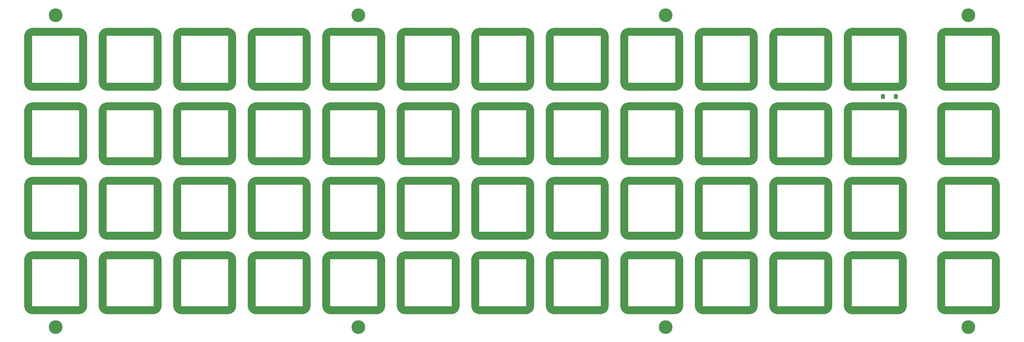
<source format=gbr>
G04 #@! TF.GenerationSoftware,KiCad,Pcbnew,(5.1.4-0-10_14)*
G04 #@! TF.CreationDate,2021-10-03T11:39:20-05:00*
G04 #@! TF.ProjectId,lucy_top_plate,6c756379-5f74-46f7-905f-706c6174652e,rev?*
G04 #@! TF.SameCoordinates,Original*
G04 #@! TF.FileFunction,Soldermask,Bot*
G04 #@! TF.FilePolarity,Negative*
%FSLAX46Y46*%
G04 Gerber Fmt 4.6, Leading zero omitted, Abs format (unit mm)*
G04 Created by KiCad (PCBNEW (5.1.4-0-10_14)) date 2021-10-03 11:39:20*
%MOMM*%
%LPD*%
G04 APERTURE LIST*
%ADD10C,2.000000*%
%ADD11C,0.100000*%
%ADD12C,1.000000*%
%ADD13C,3.500000*%
G04 APERTURE END LIST*
D10*
X315373170Y-113156700D02*
X315373170Y-101156700D01*
X314373170Y-114156700D02*
X302373170Y-114156700D01*
X301373170Y-113156700D02*
X301373170Y-101156700D01*
X314373170Y-100156700D02*
X302373170Y-100156700D01*
X315373170Y-113156700D02*
G75*
G02X314373170Y-114156700I-1000000J0D01*
G01*
X302373170Y-114156700D02*
G75*
G02X301373170Y-113156700I0J1000000D01*
G01*
X301373170Y-101156700D02*
G75*
G02X302373170Y-100156700I1000000J0D01*
G01*
X314373170Y-100156700D02*
G75*
G02X315373170Y-101156700I0J-1000000D01*
G01*
X162972530Y-56006460D02*
X162972530Y-44006460D01*
X161972530Y-57006460D02*
X149972530Y-57006460D01*
X148972530Y-56006460D02*
X148972530Y-44006460D01*
X161972530Y-43006460D02*
X149972530Y-43006460D01*
X162972530Y-56006460D02*
G75*
G02X161972530Y-57006460I-1000000J0D01*
G01*
X149972530Y-57006460D02*
G75*
G02X148972530Y-56006460I0J1000000D01*
G01*
X148972530Y-44006460D02*
G75*
G02X149972530Y-43006460I1000000J0D01*
G01*
X161972530Y-43006460D02*
G75*
G02X162972530Y-44006460I0J-1000000D01*
G01*
X396336010Y-113156700D02*
X396336010Y-101156700D01*
X395336010Y-114156700D02*
X383336010Y-114156700D01*
X382336010Y-113156700D02*
X382336010Y-101156700D01*
X395336010Y-100156700D02*
X383336010Y-100156700D01*
X396336010Y-113156700D02*
G75*
G02X395336010Y-114156700I-1000000J0D01*
G01*
X383336010Y-114156700D02*
G75*
G02X382336010Y-113156700I0J1000000D01*
G01*
X382336010Y-101156700D02*
G75*
G02X383336010Y-100156700I1000000J0D01*
G01*
X395336010Y-100156700D02*
G75*
G02X396336010Y-101156700I0J-1000000D01*
G01*
X396335890Y-94106428D02*
X396335890Y-82106428D01*
X395335890Y-95106428D02*
X383335890Y-95106428D01*
X382335890Y-94106428D02*
X382335890Y-82106428D01*
X395335890Y-81106428D02*
X383335890Y-81106428D01*
X396335890Y-94106428D02*
G75*
G02X395335890Y-95106428I-1000000J0D01*
G01*
X383335890Y-95106428D02*
G75*
G02X382335890Y-94106428I0J1000000D01*
G01*
X382335890Y-82106428D02*
G75*
G02X383335890Y-81106428I1000000J0D01*
G01*
X395335890Y-81106428D02*
G75*
G02X396335890Y-82106428I0J-1000000D01*
G01*
X396335890Y-75056444D02*
X396335890Y-63056444D01*
X395335890Y-76056444D02*
X383335890Y-76056444D01*
X382335890Y-75056444D02*
X382335890Y-63056444D01*
X395335890Y-62056444D02*
X383335890Y-62056444D01*
X396335890Y-75056444D02*
G75*
G02X395335890Y-76056444I-1000000J0D01*
G01*
X383335890Y-76056444D02*
G75*
G02X382335890Y-75056444I0J1000000D01*
G01*
X382335890Y-63056444D02*
G75*
G02X383335890Y-62056444I1000000J0D01*
G01*
X395335890Y-62056444D02*
G75*
G02X396335890Y-63056444I0J-1000000D01*
G01*
X396336010Y-56006460D02*
X396336010Y-44006460D01*
X395336010Y-57006460D02*
X383336010Y-57006460D01*
X382336010Y-56006460D02*
X382336010Y-44006460D01*
X395336010Y-43006460D02*
X383336010Y-43006460D01*
X396336010Y-56006460D02*
G75*
G02X395336010Y-57006460I-1000000J0D01*
G01*
X383336010Y-57006460D02*
G75*
G02X382336010Y-56006460I0J1000000D01*
G01*
X382336010Y-44006460D02*
G75*
G02X383336010Y-43006460I1000000J0D01*
G01*
X395336010Y-43006460D02*
G75*
G02X396336010Y-44006460I0J-1000000D01*
G01*
X372523410Y-113156700D02*
X372523410Y-101156700D01*
X371523410Y-114156700D02*
X359523410Y-114156700D01*
X358523410Y-113156700D02*
X358523410Y-101156700D01*
X371523410Y-100156700D02*
X359523410Y-100156700D01*
X372523410Y-113156700D02*
G75*
G02X371523410Y-114156700I-1000000J0D01*
G01*
X359523410Y-114156700D02*
G75*
G02X358523410Y-113156700I0J1000000D01*
G01*
X358523410Y-101156700D02*
G75*
G02X359523410Y-100156700I1000000J0D01*
G01*
X371523410Y-100156700D02*
G75*
G02X372523410Y-101156700I0J-1000000D01*
G01*
X353473330Y-113160000D02*
X353473330Y-101160000D01*
X352473330Y-114160000D02*
X340473330Y-114160000D01*
X339473330Y-113160000D02*
X339473330Y-101160000D01*
X352473330Y-100160000D02*
X340473330Y-100160000D01*
X353473330Y-113160000D02*
G75*
G02X352473330Y-114160000I-1000000J0D01*
G01*
X340473330Y-114160000D02*
G75*
G02X339473330Y-113160000I0J1000000D01*
G01*
X339473330Y-101160000D02*
G75*
G02X340473330Y-100160000I1000000J0D01*
G01*
X352473330Y-100160000D02*
G75*
G02X353473330Y-101160000I0J-1000000D01*
G01*
X334423250Y-113156700D02*
X334423250Y-101156700D01*
X333423250Y-114156700D02*
X321423250Y-114156700D01*
X320423250Y-113156700D02*
X320423250Y-101156700D01*
X333423250Y-100156700D02*
X321423250Y-100156700D01*
X334423250Y-113156700D02*
G75*
G02X333423250Y-114156700I-1000000J0D01*
G01*
X321423250Y-114156700D02*
G75*
G02X320423250Y-113156700I0J1000000D01*
G01*
X320423250Y-101156700D02*
G75*
G02X321423250Y-100156700I1000000J0D01*
G01*
X333423250Y-100156700D02*
G75*
G02X334423250Y-101156700I0J-1000000D01*
G01*
X296323090Y-113156700D02*
X296323090Y-101156700D01*
X295323090Y-114156700D02*
X283323090Y-114156700D01*
X282323090Y-113156700D02*
X282323090Y-101156700D01*
X295323090Y-100156700D02*
X283323090Y-100156700D01*
X296323090Y-113156700D02*
G75*
G02X295323090Y-114156700I-1000000J0D01*
G01*
X283323090Y-114156700D02*
G75*
G02X282323090Y-113156700I0J1000000D01*
G01*
X282323090Y-101156700D02*
G75*
G02X283323090Y-100156700I1000000J0D01*
G01*
X295323090Y-100156700D02*
G75*
G02X296323090Y-101156700I0J-1000000D01*
G01*
X277273010Y-113156700D02*
X277273010Y-101156700D01*
X276273010Y-114156700D02*
X264273010Y-114156700D01*
X263273010Y-113156700D02*
X263273010Y-101156700D01*
X276273010Y-100156700D02*
X264273010Y-100156700D01*
X277273010Y-113156700D02*
G75*
G02X276273010Y-114156700I-1000000J0D01*
G01*
X264273010Y-114156700D02*
G75*
G02X263273010Y-113156700I0J1000000D01*
G01*
X263273010Y-101156700D02*
G75*
G02X264273010Y-100156700I1000000J0D01*
G01*
X276273010Y-100156700D02*
G75*
G02X277273010Y-101156700I0J-1000000D01*
G01*
X258222930Y-113156700D02*
X258222930Y-101156700D01*
X257222930Y-114156700D02*
X245222930Y-114156700D01*
X244222930Y-113156700D02*
X244222930Y-101156700D01*
X257222930Y-100156700D02*
X245222930Y-100156700D01*
X258222930Y-113156700D02*
G75*
G02X257222930Y-114156700I-1000000J0D01*
G01*
X245222930Y-114156700D02*
G75*
G02X244222930Y-113156700I0J1000000D01*
G01*
X244222930Y-101156700D02*
G75*
G02X245222930Y-100156700I1000000J0D01*
G01*
X257222930Y-100156700D02*
G75*
G02X258222930Y-101156700I0J-1000000D01*
G01*
X239172850Y-113156700D02*
X239172850Y-101156700D01*
X238172850Y-114156700D02*
X226172850Y-114156700D01*
X225172850Y-113156700D02*
X225172850Y-101156700D01*
X238172850Y-100156700D02*
X226172850Y-100156700D01*
X239172850Y-113156700D02*
G75*
G02X238172850Y-114156700I-1000000J0D01*
G01*
X226172850Y-114156700D02*
G75*
G02X225172850Y-113156700I0J1000000D01*
G01*
X225172850Y-101156700D02*
G75*
G02X226172850Y-100156700I1000000J0D01*
G01*
X238172850Y-100156700D02*
G75*
G02X239172850Y-101156700I0J-1000000D01*
G01*
X220122770Y-113156700D02*
X220122770Y-101156700D01*
X219122770Y-114156700D02*
X207122770Y-114156700D01*
X206122770Y-113156700D02*
X206122770Y-101156700D01*
X219122770Y-100156700D02*
X207122770Y-100156700D01*
X220122770Y-113156700D02*
G75*
G02X219122770Y-114156700I-1000000J0D01*
G01*
X207122770Y-114156700D02*
G75*
G02X206122770Y-113156700I0J1000000D01*
G01*
X206122770Y-101156700D02*
G75*
G02X207122770Y-100156700I1000000J0D01*
G01*
X219122770Y-100156700D02*
G75*
G02X220122770Y-101156700I0J-1000000D01*
G01*
X201072690Y-113156700D02*
X201072690Y-101156700D01*
X200072690Y-114156700D02*
X188072690Y-114156700D01*
X187072690Y-113156700D02*
X187072690Y-101156700D01*
X200072690Y-100156700D02*
X188072690Y-100156700D01*
X201072690Y-113156700D02*
G75*
G02X200072690Y-114156700I-1000000J0D01*
G01*
X188072690Y-114156700D02*
G75*
G02X187072690Y-113156700I0J1000000D01*
G01*
X187072690Y-101156700D02*
G75*
G02X188072690Y-100156700I1000000J0D01*
G01*
X200072690Y-100156700D02*
G75*
G02X201072690Y-101156700I0J-1000000D01*
G01*
X182022610Y-113156700D02*
X182022610Y-101156700D01*
X181022610Y-114156700D02*
X169022610Y-114156700D01*
X168022610Y-113156700D02*
X168022610Y-101156700D01*
X181022610Y-100156700D02*
X169022610Y-100156700D01*
X182022610Y-113156700D02*
G75*
G02X181022610Y-114156700I-1000000J0D01*
G01*
X169022610Y-114156700D02*
G75*
G02X168022610Y-113156700I0J1000000D01*
G01*
X168022610Y-101156700D02*
G75*
G02X169022610Y-100156700I1000000J0D01*
G01*
X181022610Y-100156700D02*
G75*
G02X182022610Y-101156700I0J-1000000D01*
G01*
X162972530Y-113156700D02*
X162972530Y-101156700D01*
X161972530Y-114156700D02*
X149972530Y-114156700D01*
X148972530Y-113156700D02*
X148972530Y-101156700D01*
X161972530Y-100156700D02*
X149972530Y-100156700D01*
X162972530Y-113156700D02*
G75*
G02X161972530Y-114156700I-1000000J0D01*
G01*
X149972530Y-114156700D02*
G75*
G02X148972530Y-113156700I0J1000000D01*
G01*
X148972530Y-101156700D02*
G75*
G02X149972530Y-100156700I1000000J0D01*
G01*
X161972530Y-100156700D02*
G75*
G02X162972530Y-101156700I0J-1000000D01*
G01*
X372523410Y-94106620D02*
X372523410Y-82106620D01*
X371523410Y-95106620D02*
X359523410Y-95106620D01*
X358523410Y-94106620D02*
X358523410Y-82106620D01*
X371523410Y-81106620D02*
X359523410Y-81106620D01*
X372523410Y-94106620D02*
G75*
G02X371523410Y-95106620I-1000000J0D01*
G01*
X359523410Y-95106620D02*
G75*
G02X358523410Y-94106620I0J1000000D01*
G01*
X358523410Y-82106620D02*
G75*
G02X359523410Y-81106620I1000000J0D01*
G01*
X371523410Y-81106620D02*
G75*
G02X372523410Y-82106620I0J-1000000D01*
G01*
X353473330Y-94106620D02*
X353473330Y-82106620D01*
X352473330Y-95106620D02*
X340473330Y-95106620D01*
X339473330Y-94106620D02*
X339473330Y-82106620D01*
X352473330Y-81106620D02*
X340473330Y-81106620D01*
X353473330Y-94106620D02*
G75*
G02X352473330Y-95106620I-1000000J0D01*
G01*
X340473330Y-95106620D02*
G75*
G02X339473330Y-94106620I0J1000000D01*
G01*
X339473330Y-82106620D02*
G75*
G02X340473330Y-81106620I1000000J0D01*
G01*
X352473330Y-81106620D02*
G75*
G02X353473330Y-82106620I0J-1000000D01*
G01*
X334423250Y-94106620D02*
X334423250Y-82106620D01*
X333423250Y-95106620D02*
X321423250Y-95106620D01*
X320423250Y-94106620D02*
X320423250Y-82106620D01*
X333423250Y-81106620D02*
X321423250Y-81106620D01*
X334423250Y-94106620D02*
G75*
G02X333423250Y-95106620I-1000000J0D01*
G01*
X321423250Y-95106620D02*
G75*
G02X320423250Y-94106620I0J1000000D01*
G01*
X320423250Y-82106620D02*
G75*
G02X321423250Y-81106620I1000000J0D01*
G01*
X333423250Y-81106620D02*
G75*
G02X334423250Y-82106620I0J-1000000D01*
G01*
X315373170Y-94106620D02*
X315373170Y-82106620D01*
X314373170Y-95106620D02*
X302373170Y-95106620D01*
X301373170Y-94106620D02*
X301373170Y-82106620D01*
X314373170Y-81106620D02*
X302373170Y-81106620D01*
X315373170Y-94106620D02*
G75*
G02X314373170Y-95106620I-1000000J0D01*
G01*
X302373170Y-95106620D02*
G75*
G02X301373170Y-94106620I0J1000000D01*
G01*
X301373170Y-82106620D02*
G75*
G02X302373170Y-81106620I1000000J0D01*
G01*
X314373170Y-81106620D02*
G75*
G02X315373170Y-82106620I0J-1000000D01*
G01*
X296323090Y-94106620D02*
X296323090Y-82106620D01*
X295323090Y-95106620D02*
X283323090Y-95106620D01*
X282323090Y-94106620D02*
X282323090Y-82106620D01*
X295323090Y-81106620D02*
X283323090Y-81106620D01*
X296323090Y-94106620D02*
G75*
G02X295323090Y-95106620I-1000000J0D01*
G01*
X283323090Y-95106620D02*
G75*
G02X282323090Y-94106620I0J1000000D01*
G01*
X282323090Y-82106620D02*
G75*
G02X283323090Y-81106620I1000000J0D01*
G01*
X295323090Y-81106620D02*
G75*
G02X296323090Y-82106620I0J-1000000D01*
G01*
X277273010Y-94106620D02*
X277273010Y-82106620D01*
X276273010Y-95106620D02*
X264273010Y-95106620D01*
X263273010Y-94106620D02*
X263273010Y-82106620D01*
X276273010Y-81106620D02*
X264273010Y-81106620D01*
X277273010Y-94106620D02*
G75*
G02X276273010Y-95106620I-1000000J0D01*
G01*
X264273010Y-95106620D02*
G75*
G02X263273010Y-94106620I0J1000000D01*
G01*
X263273010Y-82106620D02*
G75*
G02X264273010Y-81106620I1000000J0D01*
G01*
X276273010Y-81106620D02*
G75*
G02X277273010Y-82106620I0J-1000000D01*
G01*
X258222930Y-94106620D02*
X258222930Y-82106620D01*
X257222930Y-95106620D02*
X245222930Y-95106620D01*
X244222930Y-94106620D02*
X244222930Y-82106620D01*
X257222930Y-81106620D02*
X245222930Y-81106620D01*
X258222930Y-94106620D02*
G75*
G02X257222930Y-95106620I-1000000J0D01*
G01*
X245222930Y-95106620D02*
G75*
G02X244222930Y-94106620I0J1000000D01*
G01*
X244222930Y-82106620D02*
G75*
G02X245222930Y-81106620I1000000J0D01*
G01*
X257222930Y-81106620D02*
G75*
G02X258222930Y-82106620I0J-1000000D01*
G01*
X239172850Y-94106620D02*
X239172850Y-82106620D01*
X238172850Y-95106620D02*
X226172850Y-95106620D01*
X225172850Y-94106620D02*
X225172850Y-82106620D01*
X238172850Y-81106620D02*
X226172850Y-81106620D01*
X239172850Y-94106620D02*
G75*
G02X238172850Y-95106620I-1000000J0D01*
G01*
X226172850Y-95106620D02*
G75*
G02X225172850Y-94106620I0J1000000D01*
G01*
X225172850Y-82106620D02*
G75*
G02X226172850Y-81106620I1000000J0D01*
G01*
X238172850Y-81106620D02*
G75*
G02X239172850Y-82106620I0J-1000000D01*
G01*
X220122770Y-94106620D02*
X220122770Y-82106620D01*
X219122770Y-95106620D02*
X207122770Y-95106620D01*
X206122770Y-94106620D02*
X206122770Y-82106620D01*
X219122770Y-81106620D02*
X207122770Y-81106620D01*
X220122770Y-94106620D02*
G75*
G02X219122770Y-95106620I-1000000J0D01*
G01*
X207122770Y-95106620D02*
G75*
G02X206122770Y-94106620I0J1000000D01*
G01*
X206122770Y-82106620D02*
G75*
G02X207122770Y-81106620I1000000J0D01*
G01*
X219122770Y-81106620D02*
G75*
G02X220122770Y-82106620I0J-1000000D01*
G01*
X201072690Y-94106620D02*
X201072690Y-82106620D01*
X200072690Y-95106620D02*
X188072690Y-95106620D01*
X187072690Y-94106620D02*
X187072690Y-82106620D01*
X200072690Y-81106620D02*
X188072690Y-81106620D01*
X201072690Y-94106620D02*
G75*
G02X200072690Y-95106620I-1000000J0D01*
G01*
X188072690Y-95106620D02*
G75*
G02X187072690Y-94106620I0J1000000D01*
G01*
X187072690Y-82106620D02*
G75*
G02X188072690Y-81106620I1000000J0D01*
G01*
X200072690Y-81106620D02*
G75*
G02X201072690Y-82106620I0J-1000000D01*
G01*
X182022610Y-94106620D02*
X182022610Y-82106620D01*
X181022610Y-95106620D02*
X169022610Y-95106620D01*
X168022610Y-94106620D02*
X168022610Y-82106620D01*
X181022610Y-81106620D02*
X169022610Y-81106620D01*
X182022610Y-94106620D02*
G75*
G02X181022610Y-95106620I-1000000J0D01*
G01*
X169022610Y-95106620D02*
G75*
G02X168022610Y-94106620I0J1000000D01*
G01*
X168022610Y-82106620D02*
G75*
G02X169022610Y-81106620I1000000J0D01*
G01*
X181022610Y-81106620D02*
G75*
G02X182022610Y-82106620I0J-1000000D01*
G01*
X162972530Y-94106620D02*
X162972530Y-82106620D01*
X161972530Y-95106620D02*
X149972530Y-95106620D01*
X148972530Y-94106620D02*
X148972530Y-82106620D01*
X161972530Y-81106620D02*
X149972530Y-81106620D01*
X162972530Y-94106620D02*
G75*
G02X161972530Y-95106620I-1000000J0D01*
G01*
X149972530Y-95106620D02*
G75*
G02X148972530Y-94106620I0J1000000D01*
G01*
X148972530Y-82106620D02*
G75*
G02X149972530Y-81106620I1000000J0D01*
G01*
X161972530Y-81106620D02*
G75*
G02X162972530Y-82106620I0J-1000000D01*
G01*
X372523410Y-75056540D02*
X372523410Y-63056540D01*
X371523410Y-76056540D02*
X359523410Y-76056540D01*
X358523410Y-75056540D02*
X358523410Y-63056540D01*
X371523410Y-62056540D02*
X359523410Y-62056540D01*
X372523410Y-75056540D02*
G75*
G02X371523410Y-76056540I-1000000J0D01*
G01*
X359523410Y-76056540D02*
G75*
G02X358523410Y-75056540I0J1000000D01*
G01*
X358523410Y-63056540D02*
G75*
G02X359523410Y-62056540I1000000J0D01*
G01*
X371523410Y-62056540D02*
G75*
G02X372523410Y-63056540I0J-1000000D01*
G01*
X353473330Y-75056540D02*
X353473330Y-63056540D01*
X352473330Y-76056540D02*
X340473330Y-76056540D01*
X339473330Y-75056540D02*
X339473330Y-63056540D01*
X352473330Y-62056540D02*
X340473330Y-62056540D01*
X353473330Y-75056540D02*
G75*
G02X352473330Y-76056540I-1000000J0D01*
G01*
X340473330Y-76056540D02*
G75*
G02X339473330Y-75056540I0J1000000D01*
G01*
X339473330Y-63056540D02*
G75*
G02X340473330Y-62056540I1000000J0D01*
G01*
X352473330Y-62056540D02*
G75*
G02X353473330Y-63056540I0J-1000000D01*
G01*
X334423250Y-75056540D02*
X334423250Y-63056540D01*
X333423250Y-76056540D02*
X321423250Y-76056540D01*
X320423250Y-75056540D02*
X320423250Y-63056540D01*
X333423250Y-62056540D02*
X321423250Y-62056540D01*
X334423250Y-75056540D02*
G75*
G02X333423250Y-76056540I-1000000J0D01*
G01*
X321423250Y-76056540D02*
G75*
G02X320423250Y-75056540I0J1000000D01*
G01*
X320423250Y-63056540D02*
G75*
G02X321423250Y-62056540I1000000J0D01*
G01*
X333423250Y-62056540D02*
G75*
G02X334423250Y-63056540I0J-1000000D01*
G01*
X315373170Y-75056540D02*
X315373170Y-63056540D01*
X314373170Y-76056540D02*
X302373170Y-76056540D01*
X301373170Y-75056540D02*
X301373170Y-63056540D01*
X314373170Y-62056540D02*
X302373170Y-62056540D01*
X315373170Y-75056540D02*
G75*
G02X314373170Y-76056540I-1000000J0D01*
G01*
X302373170Y-76056540D02*
G75*
G02X301373170Y-75056540I0J1000000D01*
G01*
X301373170Y-63056540D02*
G75*
G02X302373170Y-62056540I1000000J0D01*
G01*
X314373170Y-62056540D02*
G75*
G02X315373170Y-63056540I0J-1000000D01*
G01*
X296323090Y-75056540D02*
X296323090Y-63056540D01*
X295323090Y-76056540D02*
X283323090Y-76056540D01*
X282323090Y-75056540D02*
X282323090Y-63056540D01*
X295323090Y-62056540D02*
X283323090Y-62056540D01*
X296323090Y-75056540D02*
G75*
G02X295323090Y-76056540I-1000000J0D01*
G01*
X283323090Y-76056540D02*
G75*
G02X282323090Y-75056540I0J1000000D01*
G01*
X282323090Y-63056540D02*
G75*
G02X283323090Y-62056540I1000000J0D01*
G01*
X295323090Y-62056540D02*
G75*
G02X296323090Y-63056540I0J-1000000D01*
G01*
X277273010Y-75056540D02*
X277273010Y-63056540D01*
X276273010Y-76056540D02*
X264273010Y-76056540D01*
X263273010Y-75056540D02*
X263273010Y-63056540D01*
X276273010Y-62056540D02*
X264273010Y-62056540D01*
X277273010Y-75056540D02*
G75*
G02X276273010Y-76056540I-1000000J0D01*
G01*
X264273010Y-76056540D02*
G75*
G02X263273010Y-75056540I0J1000000D01*
G01*
X263273010Y-63056540D02*
G75*
G02X264273010Y-62056540I1000000J0D01*
G01*
X276273010Y-62056540D02*
G75*
G02X277273010Y-63056540I0J-1000000D01*
G01*
X258222930Y-75056540D02*
X258222930Y-63056540D01*
X257222930Y-76056540D02*
X245222930Y-76056540D01*
X244222930Y-75056540D02*
X244222930Y-63056540D01*
X257222930Y-62056540D02*
X245222930Y-62056540D01*
X258222930Y-75056540D02*
G75*
G02X257222930Y-76056540I-1000000J0D01*
G01*
X245222930Y-76056540D02*
G75*
G02X244222930Y-75056540I0J1000000D01*
G01*
X244222930Y-63056540D02*
G75*
G02X245222930Y-62056540I1000000J0D01*
G01*
X257222930Y-62056540D02*
G75*
G02X258222930Y-63056540I0J-1000000D01*
G01*
X239172850Y-75056540D02*
X239172850Y-63056540D01*
X238172850Y-76056540D02*
X226172850Y-76056540D01*
X225172850Y-75056540D02*
X225172850Y-63056540D01*
X238172850Y-62056540D02*
X226172850Y-62056540D01*
X239172850Y-75056540D02*
G75*
G02X238172850Y-76056540I-1000000J0D01*
G01*
X226172850Y-76056540D02*
G75*
G02X225172850Y-75056540I0J1000000D01*
G01*
X225172850Y-63056540D02*
G75*
G02X226172850Y-62056540I1000000J0D01*
G01*
X238172850Y-62056540D02*
G75*
G02X239172850Y-63056540I0J-1000000D01*
G01*
X220122770Y-75056540D02*
X220122770Y-63056540D01*
X219122770Y-76056540D02*
X207122770Y-76056540D01*
X206122770Y-75056540D02*
X206122770Y-63056540D01*
X219122770Y-62056540D02*
X207122770Y-62056540D01*
X220122770Y-75056540D02*
G75*
G02X219122770Y-76056540I-1000000J0D01*
G01*
X207122770Y-76056540D02*
G75*
G02X206122770Y-75056540I0J1000000D01*
G01*
X206122770Y-63056540D02*
G75*
G02X207122770Y-62056540I1000000J0D01*
G01*
X219122770Y-62056540D02*
G75*
G02X220122770Y-63056540I0J-1000000D01*
G01*
X201072690Y-75056540D02*
X201072690Y-63056540D01*
X200072690Y-76056540D02*
X188072690Y-76056540D01*
X187072690Y-75056540D02*
X187072690Y-63056540D01*
X200072690Y-62056540D02*
X188072690Y-62056540D01*
X201072690Y-75056540D02*
G75*
G02X200072690Y-76056540I-1000000J0D01*
G01*
X188072690Y-76056540D02*
G75*
G02X187072690Y-75056540I0J1000000D01*
G01*
X187072690Y-63056540D02*
G75*
G02X188072690Y-62056540I1000000J0D01*
G01*
X200072690Y-62056540D02*
G75*
G02X201072690Y-63056540I0J-1000000D01*
G01*
X182022610Y-75056540D02*
X182022610Y-63056540D01*
X181022610Y-76056540D02*
X169022610Y-76056540D01*
X168022610Y-75056540D02*
X168022610Y-63056540D01*
X181022610Y-62056540D02*
X169022610Y-62056540D01*
X182022610Y-75056540D02*
G75*
G02X181022610Y-76056540I-1000000J0D01*
G01*
X169022610Y-76056540D02*
G75*
G02X168022610Y-75056540I0J1000000D01*
G01*
X168022610Y-63056540D02*
G75*
G02X169022610Y-62056540I1000000J0D01*
G01*
X181022610Y-62056540D02*
G75*
G02X182022610Y-63056540I0J-1000000D01*
G01*
X162972530Y-75056540D02*
X162972530Y-63056540D01*
X161972530Y-76056540D02*
X149972530Y-76056540D01*
X148972530Y-75056540D02*
X148972530Y-63056540D01*
X161972530Y-62056540D02*
X149972530Y-62056540D01*
X162972530Y-75056540D02*
G75*
G02X161972530Y-76056540I-1000000J0D01*
G01*
X149972530Y-76056540D02*
G75*
G02X148972530Y-75056540I0J1000000D01*
G01*
X148972530Y-63056540D02*
G75*
G02X149972530Y-62056540I1000000J0D01*
G01*
X161972530Y-62056540D02*
G75*
G02X162972530Y-63056540I0J-1000000D01*
G01*
X372523410Y-56006460D02*
X372523410Y-44006460D01*
X371523410Y-57006460D02*
X359523410Y-57006460D01*
X358523410Y-56006460D02*
X358523410Y-44006460D01*
X371523410Y-43006460D02*
X359523410Y-43006460D01*
X372523410Y-56006460D02*
G75*
G02X371523410Y-57006460I-1000000J0D01*
G01*
X359523410Y-57006460D02*
G75*
G02X358523410Y-56006460I0J1000000D01*
G01*
X358523410Y-44006460D02*
G75*
G02X359523410Y-43006460I1000000J0D01*
G01*
X371523410Y-43006460D02*
G75*
G02X372523410Y-44006460I0J-1000000D01*
G01*
X353473330Y-56006460D02*
X353473330Y-44006460D01*
X352473330Y-57006460D02*
X340473330Y-57006460D01*
X339473330Y-56006460D02*
X339473330Y-44006460D01*
X352473330Y-43006460D02*
X340473330Y-43006460D01*
X353473330Y-56006460D02*
G75*
G02X352473330Y-57006460I-1000000J0D01*
G01*
X340473330Y-57006460D02*
G75*
G02X339473330Y-56006460I0J1000000D01*
G01*
X339473330Y-44006460D02*
G75*
G02X340473330Y-43006460I1000000J0D01*
G01*
X352473330Y-43006460D02*
G75*
G02X353473330Y-44006460I0J-1000000D01*
G01*
X334423250Y-56006460D02*
X334423250Y-44006460D01*
X333423250Y-57006460D02*
X321423250Y-57006460D01*
X320423250Y-56006460D02*
X320423250Y-44006460D01*
X333423250Y-43006460D02*
X321423250Y-43006460D01*
X334423250Y-56006460D02*
G75*
G02X333423250Y-57006460I-1000000J0D01*
G01*
X321423250Y-57006460D02*
G75*
G02X320423250Y-56006460I0J1000000D01*
G01*
X320423250Y-44006460D02*
G75*
G02X321423250Y-43006460I1000000J0D01*
G01*
X333423250Y-43006460D02*
G75*
G02X334423250Y-44006460I0J-1000000D01*
G01*
X315373170Y-56006460D02*
X315373170Y-44006460D01*
X314373170Y-57006460D02*
X302373170Y-57006460D01*
X301373170Y-56006460D02*
X301373170Y-44006460D01*
X314373170Y-43006460D02*
X302373170Y-43006460D01*
X315373170Y-56006460D02*
G75*
G02X314373170Y-57006460I-1000000J0D01*
G01*
X302373170Y-57006460D02*
G75*
G02X301373170Y-56006460I0J1000000D01*
G01*
X301373170Y-44006460D02*
G75*
G02X302373170Y-43006460I1000000J0D01*
G01*
X314373170Y-43006460D02*
G75*
G02X315373170Y-44006460I0J-1000000D01*
G01*
X296323090Y-56006460D02*
X296323090Y-44006460D01*
X295323090Y-57006460D02*
X283323090Y-57006460D01*
X282323090Y-56006460D02*
X282323090Y-44006460D01*
X295323090Y-43006460D02*
X283323090Y-43006460D01*
X296323090Y-56006460D02*
G75*
G02X295323090Y-57006460I-1000000J0D01*
G01*
X283323090Y-57006460D02*
G75*
G02X282323090Y-56006460I0J1000000D01*
G01*
X282323090Y-44006460D02*
G75*
G02X283323090Y-43006460I1000000J0D01*
G01*
X295323090Y-43006460D02*
G75*
G02X296323090Y-44006460I0J-1000000D01*
G01*
X277273010Y-56006460D02*
X277273010Y-44006460D01*
X276273010Y-57006460D02*
X264273010Y-57006460D01*
X263273010Y-56006460D02*
X263273010Y-44006460D01*
X276273010Y-43006460D02*
X264273010Y-43006460D01*
X277273010Y-56006460D02*
G75*
G02X276273010Y-57006460I-1000000J0D01*
G01*
X264273010Y-57006460D02*
G75*
G02X263273010Y-56006460I0J1000000D01*
G01*
X263273010Y-44006460D02*
G75*
G02X264273010Y-43006460I1000000J0D01*
G01*
X276273010Y-43006460D02*
G75*
G02X277273010Y-44006460I0J-1000000D01*
G01*
X258222930Y-56006460D02*
X258222930Y-44006460D01*
X257222930Y-57006460D02*
X245222930Y-57006460D01*
X244222930Y-56006460D02*
X244222930Y-44006460D01*
X257222930Y-43006460D02*
X245222930Y-43006460D01*
X258222930Y-56006460D02*
G75*
G02X257222930Y-57006460I-1000000J0D01*
G01*
X245222930Y-57006460D02*
G75*
G02X244222930Y-56006460I0J1000000D01*
G01*
X244222930Y-44006460D02*
G75*
G02X245222930Y-43006460I1000000J0D01*
G01*
X257222930Y-43006460D02*
G75*
G02X258222930Y-44006460I0J-1000000D01*
G01*
X239172850Y-56006460D02*
X239172850Y-44006460D01*
X238172850Y-57006460D02*
X226172850Y-57006460D01*
X225172850Y-56006460D02*
X225172850Y-44006460D01*
X238172850Y-43006460D02*
X226172850Y-43006460D01*
X239172850Y-56006460D02*
G75*
G02X238172850Y-57006460I-1000000J0D01*
G01*
X226172850Y-57006460D02*
G75*
G02X225172850Y-56006460I0J1000000D01*
G01*
X225172850Y-44006460D02*
G75*
G02X226172850Y-43006460I1000000J0D01*
G01*
X238172850Y-43006460D02*
G75*
G02X239172850Y-44006460I0J-1000000D01*
G01*
X220122770Y-56006460D02*
X220122770Y-44006460D01*
X219122770Y-57006460D02*
X207122770Y-57006460D01*
X206122770Y-56006460D02*
X206122770Y-44006460D01*
X219122770Y-43006460D02*
X207122770Y-43006460D01*
X220122770Y-56006460D02*
G75*
G02X219122770Y-57006460I-1000000J0D01*
G01*
X207122770Y-57006460D02*
G75*
G02X206122770Y-56006460I0J1000000D01*
G01*
X206122770Y-44006460D02*
G75*
G02X207122770Y-43006460I1000000J0D01*
G01*
X219122770Y-43006460D02*
G75*
G02X220122770Y-44006460I0J-1000000D01*
G01*
X201072690Y-56006460D02*
X201072690Y-44006460D01*
X200072690Y-57006460D02*
X188072690Y-57006460D01*
X187072690Y-56006460D02*
X187072690Y-44006460D01*
X200072690Y-43006460D02*
X188072690Y-43006460D01*
X201072690Y-56006460D02*
G75*
G02X200072690Y-57006460I-1000000J0D01*
G01*
X188072690Y-57006460D02*
G75*
G02X187072690Y-56006460I0J1000000D01*
G01*
X187072690Y-44006460D02*
G75*
G02X188072690Y-43006460I1000000J0D01*
G01*
X200072690Y-43006460D02*
G75*
G02X201072690Y-44006460I0J-1000000D01*
G01*
X182022610Y-56006460D02*
X182022610Y-44006460D01*
X181022610Y-57006460D02*
X169022610Y-57006460D01*
X168022610Y-56006460D02*
X168022610Y-44006460D01*
X181022610Y-43006460D02*
X169022610Y-43006460D01*
X182022610Y-56006460D02*
G75*
G02X181022610Y-57006460I-1000000J0D01*
G01*
X169022610Y-57006460D02*
G75*
G02X168022610Y-56006460I0J1000000D01*
G01*
X168022610Y-44006460D02*
G75*
G02X169022610Y-43006460I1000000J0D01*
G01*
X181022610Y-43006460D02*
G75*
G02X182022610Y-44006460I0J-1000000D01*
G01*
D11*
G36*
X371044864Y-58920108D02*
G01*
X371069133Y-58923708D01*
X371092931Y-58929669D01*
X371116031Y-58937934D01*
X371138209Y-58948424D01*
X371159253Y-58961037D01*
X371178958Y-58975651D01*
X371197137Y-58992127D01*
X371213613Y-59010306D01*
X371228227Y-59030011D01*
X371240840Y-59051055D01*
X371251330Y-59073233D01*
X371259595Y-59096333D01*
X371265556Y-59120131D01*
X371269156Y-59144400D01*
X371270360Y-59168904D01*
X371270360Y-59868904D01*
X371269156Y-59893408D01*
X371265556Y-59917677D01*
X371259595Y-59941475D01*
X371251330Y-59964575D01*
X371240840Y-59986753D01*
X371228227Y-60007797D01*
X371213613Y-60027502D01*
X371197137Y-60045681D01*
X371178958Y-60062157D01*
X371159253Y-60076771D01*
X371138209Y-60089384D01*
X371116031Y-60099874D01*
X371092931Y-60108139D01*
X371069133Y-60114100D01*
X371044864Y-60117700D01*
X371020360Y-60118904D01*
X370520360Y-60118904D01*
X370495856Y-60117700D01*
X370471587Y-60114100D01*
X370447789Y-60108139D01*
X370424689Y-60099874D01*
X370402511Y-60089384D01*
X370381467Y-60076771D01*
X370361762Y-60062157D01*
X370343583Y-60045681D01*
X370327107Y-60027502D01*
X370312493Y-60007797D01*
X370299880Y-59986753D01*
X370289390Y-59964575D01*
X370281125Y-59941475D01*
X370275164Y-59917677D01*
X370271564Y-59893408D01*
X370270360Y-59868904D01*
X370270360Y-59168904D01*
X370271564Y-59144400D01*
X370275164Y-59120131D01*
X370281125Y-59096333D01*
X370289390Y-59073233D01*
X370299880Y-59051055D01*
X370312493Y-59030011D01*
X370327107Y-59010306D01*
X370343583Y-58992127D01*
X370361762Y-58975651D01*
X370381467Y-58961037D01*
X370402511Y-58948424D01*
X370424689Y-58937934D01*
X370447789Y-58929669D01*
X370471587Y-58923708D01*
X370495856Y-58920108D01*
X370520360Y-58918904D01*
X371020360Y-58918904D01*
X371044864Y-58920108D01*
X371044864Y-58920108D01*
G37*
D12*
X370770360Y-59518904D03*
D11*
G36*
X367744864Y-58920108D02*
G01*
X367769133Y-58923708D01*
X367792931Y-58929669D01*
X367816031Y-58937934D01*
X367838209Y-58948424D01*
X367859253Y-58961037D01*
X367878958Y-58975651D01*
X367897137Y-58992127D01*
X367913613Y-59010306D01*
X367928227Y-59030011D01*
X367940840Y-59051055D01*
X367951330Y-59073233D01*
X367959595Y-59096333D01*
X367965556Y-59120131D01*
X367969156Y-59144400D01*
X367970360Y-59168904D01*
X367970360Y-59868904D01*
X367969156Y-59893408D01*
X367965556Y-59917677D01*
X367959595Y-59941475D01*
X367951330Y-59964575D01*
X367940840Y-59986753D01*
X367928227Y-60007797D01*
X367913613Y-60027502D01*
X367897137Y-60045681D01*
X367878958Y-60062157D01*
X367859253Y-60076771D01*
X367838209Y-60089384D01*
X367816031Y-60099874D01*
X367792931Y-60108139D01*
X367769133Y-60114100D01*
X367744864Y-60117700D01*
X367720360Y-60118904D01*
X367220360Y-60118904D01*
X367195856Y-60117700D01*
X367171587Y-60114100D01*
X367147789Y-60108139D01*
X367124689Y-60099874D01*
X367102511Y-60089384D01*
X367081467Y-60076771D01*
X367061762Y-60062157D01*
X367043583Y-60045681D01*
X367027107Y-60027502D01*
X367012493Y-60007797D01*
X366999880Y-59986753D01*
X366989390Y-59964575D01*
X366981125Y-59941475D01*
X366975164Y-59917677D01*
X366971564Y-59893408D01*
X366970360Y-59868904D01*
X366970360Y-59168904D01*
X366971564Y-59144400D01*
X366975164Y-59120131D01*
X366981125Y-59096333D01*
X366989390Y-59073233D01*
X366999880Y-59051055D01*
X367012493Y-59030011D01*
X367027107Y-59010306D01*
X367043583Y-58992127D01*
X367061762Y-58975651D01*
X367081467Y-58961037D01*
X367102511Y-58948424D01*
X367124689Y-58937934D01*
X367147789Y-58929669D01*
X367171587Y-58923708D01*
X367195856Y-58920108D01*
X367220360Y-58918904D01*
X367720360Y-58918904D01*
X367744864Y-58920108D01*
X367744864Y-58920108D01*
G37*
D12*
X367470360Y-59518904D03*
D13*
X155973586Y-38695532D03*
X155973586Y-118467340D03*
X233364146Y-38695532D03*
X233364146Y-118454889D03*
X311945330Y-38695532D03*
X311945330Y-118467340D03*
X389335890Y-38695532D03*
X389335890Y-118467340D03*
M02*

</source>
